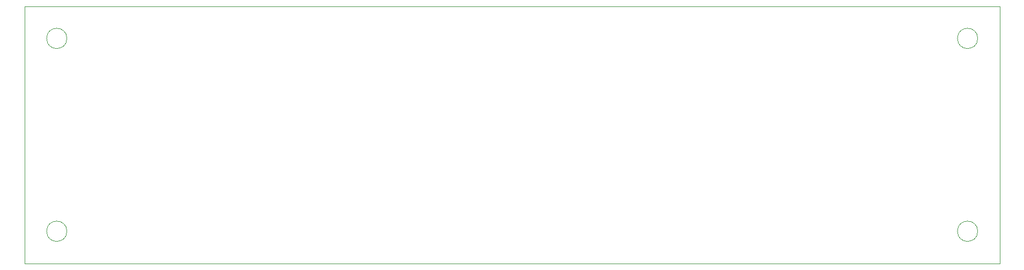
<source format=gbr>
G04 #@! TF.GenerationSoftware,KiCad,Pcbnew,(5.1.5)-3*
G04 #@! TF.CreationDate,2021-03-17T15:19:28-07:00*
G04 #@! TF.ProjectId,Daughterboard,44617567-6874-4657-9262-6f6172642e6b,rev?*
G04 #@! TF.SameCoordinates,Original*
G04 #@! TF.FileFunction,Profile,NP*
%FSLAX46Y46*%
G04 Gerber Fmt 4.6, Leading zero omitted, Abs format (unit mm)*
G04 Created by KiCad (PCBNEW (5.1.5)-3) date 2021-03-17 15:19:28*
%MOMM*%
%LPD*%
G04 APERTURE LIST*
%ADD10C,0.050000*%
G04 APERTURE END LIST*
D10*
X67894000Y-113030000D02*
G75*
G03X67894000Y-113030000I-1600000J0D01*
G01*
X67894000Y-143510000D02*
G75*
G03X67894000Y-143510000I-1600000J0D01*
G01*
X211658000Y-143510000D02*
G75*
G03X211658000Y-143510000I-1600000J0D01*
G01*
X211658000Y-113030000D02*
G75*
G03X211658000Y-113030000I-1600000J0D01*
G01*
X215138000Y-107950000D02*
X215138000Y-148590000D01*
X61214000Y-107950000D02*
X61214000Y-148590000D01*
X146050000Y-148590000D02*
X61214000Y-148590000D01*
X146050000Y-148590000D02*
X215138000Y-148590000D01*
X146050000Y-107950000D02*
X61214000Y-107950000D01*
X146050000Y-107950000D02*
X215138000Y-107950000D01*
M02*

</source>
